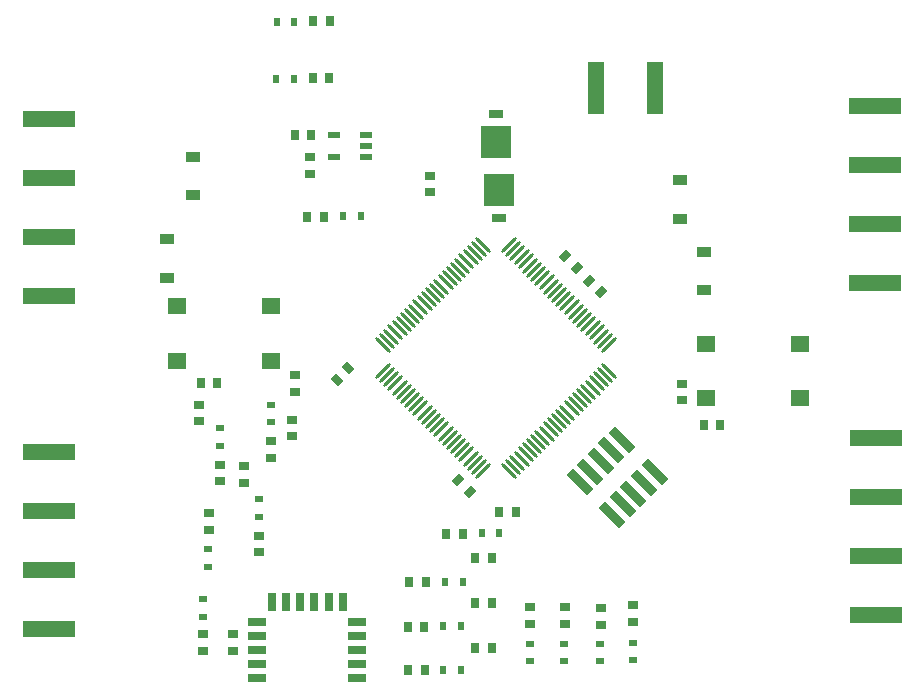
<source format=gtp>
G04 Layer_Color=8421504*
%FSLAX44Y44*%
%MOMM*%
G71*
G01*
G75*
%ADD10R,0.5000X0.8000*%
%ADD11R,1.0000X0.6000*%
%ADD12R,1.5000X0.7000*%
%ADD13R,0.7000X1.5000*%
G04:AMPARAMS|DCode=14|XSize=0.3mm|YSize=1.8mm|CornerRadius=0mm|HoleSize=0mm|Usage=FLASHONLY|Rotation=315.000|XOffset=0mm|YOffset=0mm|HoleType=Round|Shape=Round|*
%AMOVALD14*
21,1,1.5000,0.3000,0.0000,0.0000,45.0*
1,1,0.3000,-0.5303,-0.5303*
1,1,0.3000,0.5303,0.5303*
%
%ADD14OVALD14*%

G04:AMPARAMS|DCode=15|XSize=0.3mm|YSize=1.8mm|CornerRadius=0mm|HoleSize=0mm|Usage=FLASHONLY|Rotation=225.000|XOffset=0mm|YOffset=0mm|HoleType=Round|Shape=Round|*
%AMOVALD15*
21,1,1.5000,0.3000,0.0000,0.0000,315.0*
1,1,0.3000,-0.5303,0.5303*
1,1,0.3000,0.5303,-0.5303*
%
%ADD15OVALD15*%

%ADD17R,0.9000X0.7000*%
%ADD18R,0.7000X0.9000*%
%ADD19R,1.4000X4.5000*%
%ADD20R,4.5000X1.4000*%
%ADD21R,0.8000X0.5000*%
%ADD22R,1.5500X1.4000*%
G04:AMPARAMS|DCode=23|XSize=2.4mm|YSize=0.76mm|CornerRadius=0mm|HoleSize=0mm|Usage=FLASHONLY|Rotation=135.000|XOffset=0mm|YOffset=0mm|HoleType=Round|Shape=Rectangle|*
%AMROTATEDRECTD23*
4,1,4,1.1172,-0.5798,0.5798,-1.1172,-1.1172,0.5798,-0.5798,1.1172,1.1172,-0.5798,0.0*
%
%ADD23ROTATEDRECTD23*%

%ADD24R,1.2000X0.8500*%
%ADD25R,1.2700X0.7620*%
%ADD26R,2.5400X2.6700*%
G04:AMPARAMS|DCode=27|XSize=0.9mm|YSize=0.7mm|CornerRadius=0mm|HoleSize=0mm|Usage=FLASHONLY|Rotation=135.000|XOffset=0mm|YOffset=0mm|HoleType=Round|Shape=Rectangle|*
%AMROTATEDRECTD27*
4,1,4,0.5657,-0.0707,0.0707,-0.5657,-0.5657,0.0707,-0.0707,0.5657,0.5657,-0.0707,0.0*
%
%ADD27ROTATEDRECTD27*%

G04:AMPARAMS|DCode=28|XSize=0.9mm|YSize=0.7mm|CornerRadius=0mm|HoleSize=0mm|Usage=FLASHONLY|Rotation=225.000|XOffset=0mm|YOffset=0mm|HoleType=Round|Shape=Rectangle|*
%AMROTATEDRECTD28*
4,1,4,0.0707,0.5657,0.5657,0.0707,-0.0707,-0.5657,-0.5657,-0.0707,0.0707,0.5657,0.0*
%
%ADD28ROTATEDRECTD28*%

D10*
X812000Y890740D02*
D03*
X797000D02*
D03*
X940100Y464820D02*
D03*
X955100D02*
D03*
X971080Y506260D02*
D03*
X986080D02*
D03*
X938530Y427990D02*
D03*
X953530D02*
D03*
X938830Y390360D02*
D03*
X953830D02*
D03*
X853670Y775015D02*
D03*
X868670D02*
D03*
X812650Y939000D02*
D03*
X797650D02*
D03*
D11*
X873540Y824890D02*
D03*
Y834390D02*
D03*
Y843890D02*
D03*
X846040D02*
D03*
Y824890D02*
D03*
D12*
X781050Y383670D02*
D03*
Y395670D02*
D03*
Y407670D02*
D03*
Y419670D02*
D03*
Y431670D02*
D03*
X866050D02*
D03*
Y419670D02*
D03*
Y407670D02*
D03*
Y395670D02*
D03*
Y383670D02*
D03*
D13*
X793550Y448170D02*
D03*
X805550D02*
D03*
X817550D02*
D03*
X829550D02*
D03*
X841550D02*
D03*
X853550D02*
D03*
D14*
X1079180Y665778D02*
D03*
X1075645Y669313D02*
D03*
X1072109Y672849D02*
D03*
X1068574Y676385D02*
D03*
X1065038Y679920D02*
D03*
X1061503Y683456D02*
D03*
X1057967Y686991D02*
D03*
X1054432Y690527D02*
D03*
X1050896Y694062D02*
D03*
X1047361Y697598D02*
D03*
X1043825Y701133D02*
D03*
X1040290Y704669D02*
D03*
X1036754Y708204D02*
D03*
X1033219Y711740D02*
D03*
X1029683Y715275D02*
D03*
X1026147Y718811D02*
D03*
X1022612Y722346D02*
D03*
X1019076Y725882D02*
D03*
X1015541Y729417D02*
D03*
X1012005Y732953D02*
D03*
X1008470Y736488D02*
D03*
X1004934Y740024D02*
D03*
X1001399Y743560D02*
D03*
X997863Y747095D02*
D03*
X994328Y750631D02*
D03*
X887554Y643858D02*
D03*
X891090Y640322D02*
D03*
X894625Y636786D02*
D03*
X898161Y633251D02*
D03*
X901697Y629715D02*
D03*
X905232Y626180D02*
D03*
X908768Y622644D02*
D03*
X912303Y619109D02*
D03*
X915839Y615573D02*
D03*
X919374Y612038D02*
D03*
X922910Y608502D02*
D03*
X926445Y604967D02*
D03*
X929981Y601431D02*
D03*
X933516Y597896D02*
D03*
X937052Y594360D02*
D03*
X940587Y590825D02*
D03*
X944123Y587289D02*
D03*
X947659Y583754D02*
D03*
X951194Y580218D02*
D03*
X954730Y576682D02*
D03*
X958265Y573147D02*
D03*
X961801Y569611D02*
D03*
X965336Y566076D02*
D03*
X968872Y562540D02*
D03*
X972407Y559005D02*
D03*
D15*
Y750631D02*
D03*
X968872Y747095D02*
D03*
X965336Y743560D02*
D03*
X961801Y740024D02*
D03*
X958265Y736488D02*
D03*
X954730Y732953D02*
D03*
X951194Y729417D02*
D03*
X947659Y725882D02*
D03*
X944123Y722346D02*
D03*
X940587Y718811D02*
D03*
X937052Y715275D02*
D03*
X933516Y711740D02*
D03*
X929981Y708204D02*
D03*
X926445Y704669D02*
D03*
X922910Y701133D02*
D03*
X919374Y697598D02*
D03*
X915839Y694062D02*
D03*
X912303Y690527D02*
D03*
X908768Y686991D02*
D03*
X905232Y683456D02*
D03*
X901697Y679920D02*
D03*
X898161Y676385D02*
D03*
X894625Y672849D02*
D03*
X891090Y669313D02*
D03*
X887554Y665778D02*
D03*
X994328Y559005D02*
D03*
X997863Y562540D02*
D03*
X1001399Y566076D02*
D03*
X1004934Y569611D02*
D03*
X1008470Y573147D02*
D03*
X1012005Y576682D02*
D03*
X1015541Y580218D02*
D03*
X1019076Y583754D02*
D03*
X1022612Y587289D02*
D03*
X1026147Y590825D02*
D03*
X1029683Y594360D02*
D03*
X1033219Y597896D02*
D03*
X1036754Y601431D02*
D03*
X1040290Y604967D02*
D03*
X1043825Y608502D02*
D03*
X1047361Y612038D02*
D03*
X1050896Y615573D02*
D03*
X1054432Y619109D02*
D03*
X1057967Y622644D02*
D03*
X1061503Y626180D02*
D03*
X1065038Y629715D02*
D03*
X1068574Y633251D02*
D03*
X1072109Y636786D02*
D03*
X1075645Y640322D02*
D03*
X1079180Y643858D02*
D03*
D17*
X734860Y406870D02*
D03*
Y420870D02*
D03*
X1099397Y431398D02*
D03*
Y445398D02*
D03*
X1071926Y429008D02*
D03*
Y443008D02*
D03*
X1041447Y429628D02*
D03*
Y443628D02*
D03*
X1012236Y429628D02*
D03*
Y443628D02*
D03*
X810260Y602630D02*
D03*
Y588630D02*
D03*
X769620Y563260D02*
D03*
Y549260D02*
D03*
X731520Y615330D02*
D03*
Y601330D02*
D03*
X792480Y570200D02*
D03*
Y584200D02*
D03*
X782320Y490190D02*
D03*
Y504190D02*
D03*
X749300Y550505D02*
D03*
Y564505D02*
D03*
X739940Y509120D02*
D03*
Y523120D02*
D03*
X812800Y626110D02*
D03*
Y640110D02*
D03*
X760730Y421020D02*
D03*
Y407020D02*
D03*
X825500Y810880D02*
D03*
Y824880D02*
D03*
X927100Y809290D02*
D03*
Y795290D02*
D03*
X1140460Y619110D02*
D03*
Y633110D02*
D03*
D18*
X823660Y774215D02*
D03*
X837660D02*
D03*
X842010Y891540D02*
D03*
X828010D02*
D03*
X842660Y939800D02*
D03*
X828660D02*
D03*
X1000140Y524510D02*
D03*
X986140D02*
D03*
X979820Y447040D02*
D03*
X965820D02*
D03*
X979820Y408940D02*
D03*
X965820D02*
D03*
X941070Y505460D02*
D03*
X955070D02*
D03*
X908520Y427190D02*
D03*
X922520D02*
D03*
X979820Y485140D02*
D03*
X965820D02*
D03*
X908820Y390360D02*
D03*
X922820D02*
D03*
X910090Y465290D02*
D03*
X924090D02*
D03*
X733410Y633730D02*
D03*
X747410D02*
D03*
X1159157Y597825D02*
D03*
X1173157D02*
D03*
X812770Y843280D02*
D03*
X826770D02*
D03*
D19*
X1117700Y883220D02*
D03*
X1067700D02*
D03*
D20*
X1304290Y868350D02*
D03*
Y818350D02*
D03*
Y768350D02*
D03*
Y718350D02*
D03*
X1304860Y586840D02*
D03*
Y536840D02*
D03*
Y486840D02*
D03*
Y436840D02*
D03*
X604520Y707390D02*
D03*
Y757390D02*
D03*
Y807390D02*
D03*
Y857390D02*
D03*
Y424980D02*
D03*
Y474980D02*
D03*
Y524980D02*
D03*
Y574980D02*
D03*
D21*
X792950Y600210D02*
D03*
Y615210D02*
D03*
X749300Y580515D02*
D03*
Y595515D02*
D03*
X782320Y520200D02*
D03*
Y535200D02*
D03*
X735330Y435610D02*
D03*
Y450610D02*
D03*
X739470Y493110D02*
D03*
Y478110D02*
D03*
X1099350Y413870D02*
D03*
Y398870D02*
D03*
X1071457Y412998D02*
D03*
Y397998D02*
D03*
X1040976Y412998D02*
D03*
Y397998D02*
D03*
X1011767Y412998D02*
D03*
Y397998D02*
D03*
D22*
X1240577Y666685D02*
D03*
X1161077D02*
D03*
X1240577Y620685D02*
D03*
X1161077D02*
D03*
X713360Y652640D02*
D03*
X792860D02*
D03*
X713360Y698640D02*
D03*
X792860D02*
D03*
D23*
X1090022Y585469D02*
D03*
X1117599Y557892D02*
D03*
X1081042Y576489D02*
D03*
X1108619Y548912D02*
D03*
X1072061Y567509D02*
D03*
X1099639Y539931D02*
D03*
X1063081Y558528D02*
D03*
X1090658Y530951D02*
D03*
X1054101Y549548D02*
D03*
X1081678Y521971D02*
D03*
D24*
X1159827Y744855D02*
D03*
Y712355D02*
D03*
X726440Y792480D02*
D03*
Y824980D02*
D03*
X704850Y722630D02*
D03*
Y755130D02*
D03*
X1139190Y805180D02*
D03*
Y772680D02*
D03*
D25*
X982980Y861045D02*
D03*
X985520Y773445D02*
D03*
D26*
X982980Y837550D02*
D03*
X985520Y796940D02*
D03*
D27*
X848490Y636400D02*
D03*
X858390Y646300D02*
D03*
D28*
X961130Y541281D02*
D03*
X951230Y551180D02*
D03*
X1041614Y740999D02*
D03*
X1051514Y731100D02*
D03*
X1072168Y710445D02*
D03*
X1062269Y720344D02*
D03*
M02*

</source>
